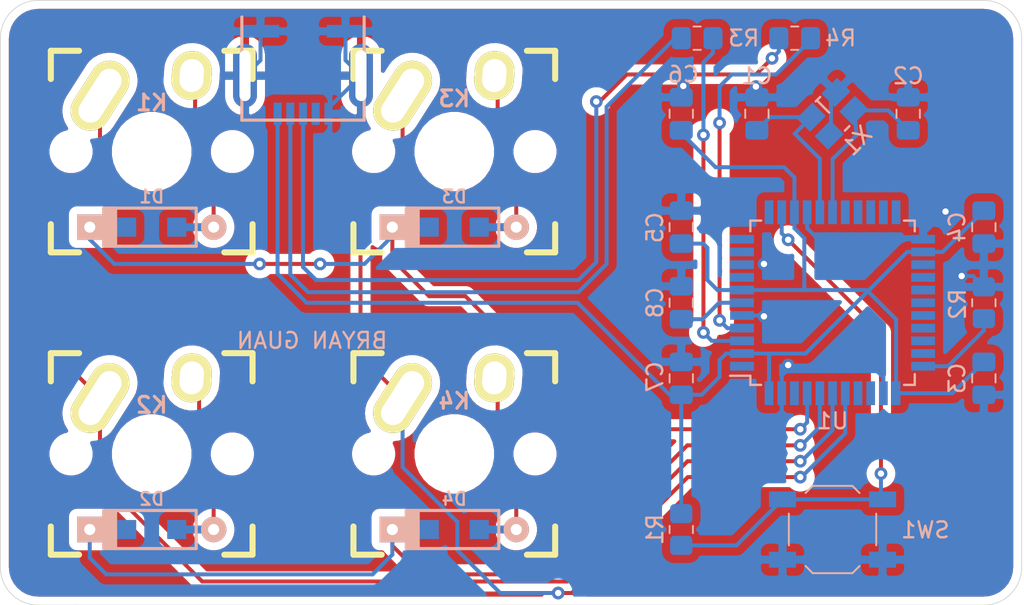
<source format=kicad_pcb>
(kicad_pcb (version 20171130) (host pcbnew "(5.1.10)-1")
  (layers (0 F.Cu signal) (31 B.Cu signal) (34 B.Paste user) (35 F.Paste user) (36 B.SilkS user) (37 F.SilkS user) (38 B.Mask user) (39 F.Mask user) (44 Edge.Cuts user))
  (net 0 "")
  (net 1 "Net-(C1-Pad1)")
  (net 2 GND)
  (net 3 "Net-(C2-Pad1)")
  (net 4 VCC)
  (net 5 "Net-(C8-Pad1)")
  (net 6 "Net-(D1-Pad2)")
  (net 7 /row0)
  (net 8 "Net-(D2-Pad2)")
  (net 9 /row1)
  (net 10 "Net-(D3-Pad2)")
  (net 11 "Net-(D4-Pad2)")
  (net 12 "Net-(J1-Pad2)")
  (net 13 "Net-(J1-Pad3)")
  (net 14 "Net-(J1-Pad4)")
  (net 15 /col0)
  (net 16 /col1)
  (net 17 "Net-(R1-Pad2)")
  (net 18 "Net-(R2-Pad1)")
  (net 19 /D-)
  (net 20 /D+)
  (net 21 "Net-(U1-Pad1)")
  (net 22 "Net-(U1-Pad8)")
  (net 23 "Net-(U1-Pad9)")
  (net 24 "Net-(U1-Pad10)")
  (net 25 "Net-(U1-Pad11)")
  (net 26 "Net-(U1-Pad12)")
  (net 27 "Net-(U1-Pad18)")
  (net 28 "Net-(U1-Pad19)")
  (net 29 "Net-(U1-Pad20)")
  (net 30 "Net-(U1-Pad21)")
  (net 31 "Net-(U1-Pad22)")
  (net 32 "Net-(U1-Pad25)")
  (net 33 "Net-(U1-Pad26)")
  (net 34 "Net-(U1-Pad27)")
  (net 35 "Net-(U1-Pad28)")
  (net 36 "Net-(U1-Pad29)")
  (net 37 "Net-(U1-Pad30)")
  (net 38 "Net-(U1-Pad31)")
  (net 39 "Net-(U1-Pad32)")
  (net 40 "Net-(U1-Pad36)")
  (net 41 "Net-(U1-Pad37)")
  (net 42 "Net-(U1-Pad42)")
  (module Housings_QFP:TQFP-44_10x10mm_Pitch0.8mm (layer B.Cu) (at 95.25 73.81875)
    (fp_text reference U1 (at 0 7.45) (layer B.SilkS) (effects (justify mirror)))
    (fp_text value ATMEGA32U4)
    (fp_line (start -5.175 4.6) (end -6.45 4.6) (layer B.SilkS) (width 0.15))
    (fp_line (start 5.175 5.175) (end 4.5 5.175) (layer B.SilkS) (width 0.15))
    (fp_line (start 5.175 -5.175) (end 4.5 -5.175) (layer B.SilkS) (width 0.15))
    (fp_line (start -5.175 -5.175) (end -4.5 -5.175) (layer B.SilkS) (width 0.15))
    (fp_line (start -5.175 5.175) (end -4.5 5.175) (layer B.SilkS) (width 0.15))
    (fp_line (start -5.175 -5.175) (end -5.175 -4.5) (layer B.SilkS) (width 0.15))
    (fp_line (start 5.175 -5.175) (end 5.175 -4.5) (layer B.SilkS) (width 0.15))
    (fp_line (start 5.175 5.175) (end 5.175 4.5) (layer B.SilkS) (width 0.15))
    (fp_line (start -5.175 5.175) (end -5.175 4.6) (layer B.SilkS) (width 0.15))
    (pad 1 smd rect (at -5.7 4) (size 1.5 0.55) (layers B.Cu B.Paste B.Mask) (net 21 "Net-(U1-Pad1)"))
    (pad 2 smd rect (at -5.7 3.2) (size 1.5 0.55) (layers B.Cu B.Paste B.Mask) (net 4 VCC))
    (pad 3 smd rect (at -5.7 2.4) (size 1.5 0.55) (layers B.Cu B.Paste B.Mask) (net 19 /D-))
    (pad 4 smd rect (at -5.7 1.6) (size 1.5 0.55) (layers B.Cu B.Paste B.Mask) (net 20 /D+))
    (pad 5 smd rect (at -5.7 0.8) (size 1.5 0.55) (layers B.Cu B.Paste B.Mask) (net 2 GND))
    (pad 6 smd rect (at -5.7 0) (size 1.5 0.55) (layers B.Cu B.Paste B.Mask) (net 5 "Net-(C8-Pad1)"))
    (pad 7 smd rect (at -5.7 -0.8) (size 1.5 0.55) (layers B.Cu B.Paste B.Mask) (net 4 VCC))
    (pad 8 smd rect (at -5.7 -1.6) (size 1.5 0.55) (layers B.Cu B.Paste B.Mask) (net 22 "Net-(U1-Pad8)"))
    (pad 9 smd rect (at -5.7 -2.4) (size 1.5 0.55) (layers B.Cu B.Paste B.Mask) (net 23 "Net-(U1-Pad9)"))
    (pad 10 smd rect (at -5.7 -3.2) (size 1.5 0.55) (layers B.Cu B.Paste B.Mask) (net 24 "Net-(U1-Pad10)"))
    (pad 11 smd rect (at -5.7 -4) (size 1.5 0.55) (layers B.Cu B.Paste B.Mask) (net 25 "Net-(U1-Pad11)"))
    (pad 12 smd rect (at -4 -5.7 270) (size 1.5 0.55) (layers B.Cu B.Paste B.Mask) (net 26 "Net-(U1-Pad12)"))
    (pad 13 smd rect (at -3.2 -5.7 270) (size 1.5 0.55) (layers B.Cu B.Paste B.Mask) (net 17 "Net-(R1-Pad2)"))
    (pad 14 smd rect (at -2.4 -5.7 270) (size 1.5 0.55) (layers B.Cu B.Paste B.Mask) (net 4 VCC))
    (pad 15 smd rect (at -1.6 -5.7 270) (size 1.5 0.55) (layers B.Cu B.Paste B.Mask) (net 2 GND))
    (pad 16 smd rect (at -0.8 -5.7 270) (size 1.5 0.55) (layers B.Cu B.Paste B.Mask) (net 1 "Net-(C1-Pad1)"))
    (pad 17 smd rect (at 0 -5.7 270) (size 1.5 0.55) (layers B.Cu B.Paste B.Mask) (net 3 "Net-(C2-Pad1)"))
    (pad 18 smd rect (at 0.8 -5.7 270) (size 1.5 0.55) (layers B.Cu B.Paste B.Mask) (net 27 "Net-(U1-Pad18)"))
    (pad 19 smd rect (at 1.6 -5.7 270) (size 1.5 0.55) (layers B.Cu B.Paste B.Mask) (net 28 "Net-(U1-Pad19)"))
    (pad 20 smd rect (at 2.4 -5.7 270) (size 1.5 0.55) (layers B.Cu B.Paste B.Mask) (net 29 "Net-(U1-Pad20)"))
    (pad 21 smd rect (at 3.2 -5.7 270) (size 1.5 0.55) (layers B.Cu B.Paste B.Mask) (net 30 "Net-(U1-Pad21)"))
    (pad 22 smd rect (at 4 -5.7 270) (size 1.5 0.55) (layers B.Cu B.Paste B.Mask) (net 31 "Net-(U1-Pad22)"))
    (pad 23 smd rect (at 5.7 -4) (size 1.5 0.55) (layers B.Cu B.Paste B.Mask) (net 2 GND))
    (pad 24 smd rect (at 5.7 -3.2) (size 1.5 0.55) (layers B.Cu B.Paste B.Mask) (net 4 VCC))
    (pad 25 smd rect (at 5.7 -2.4) (size 1.5 0.55) (layers B.Cu B.Paste B.Mask) (net 32 "Net-(U1-Pad25)"))
    (pad 26 smd rect (at 5.7 -1.6) (size 1.5 0.55) (layers B.Cu B.Paste B.Mask) (net 33 "Net-(U1-Pad26)"))
    (pad 27 smd rect (at 5.7 -0.8) (size 1.5 0.55) (layers B.Cu B.Paste B.Mask) (net 34 "Net-(U1-Pad27)"))
    (pad 28 smd rect (at 5.7 0) (size 1.5 0.55) (layers B.Cu B.Paste B.Mask) (net 35 "Net-(U1-Pad28)"))
    (pad 29 smd rect (at 5.7 0.8) (size 1.5 0.55) (layers B.Cu B.Paste B.Mask) (net 36 "Net-(U1-Pad29)"))
    (pad 30 smd rect (at 5.7 1.6) (size 1.5 0.55) (layers B.Cu B.Paste B.Mask) (net 37 "Net-(U1-Pad30)"))
    (pad 31 smd rect (at 5.7 2.4) (size 1.5 0.55) (layers B.Cu B.Paste B.Mask) (net 38 "Net-(U1-Pad31)"))
    (pad 32 smd rect (at 5.7 3.2) (size 1.5 0.55) (layers B.Cu B.Paste B.Mask) (net 39 "Net-(U1-Pad32)"))
    (pad 33 smd rect (at 5.7 4) (size 1.5 0.55) (layers B.Cu B.Paste B.Mask) (net 18 "Net-(R2-Pad1)"))
    (pad 34 smd rect (at 4 5.7 270) (size 1.5 0.55) (layers B.Cu B.Paste B.Mask) (net 4 VCC))
    (pad 35 smd rect (at 3.2 5.7 270) (size 1.5 0.55) (layers B.Cu B.Paste B.Mask) (net 2 GND))
    (pad 36 smd rect (at 2.4 5.7 270) (size 1.5 0.55) (layers B.Cu B.Paste B.Mask) (net 40 "Net-(U1-Pad36)"))
    (pad 37 smd rect (at 1.6 5.7 270) (size 1.5 0.55) (layers B.Cu B.Paste B.Mask) (net 41 "Net-(U1-Pad37)"))
    (pad 38 smd rect (at 0.8 5.7 270) (size 1.5 0.55) (layers B.Cu B.Paste B.Mask) (net 16 /col1))
    (pad 39 smd rect (at 0 5.7 270) (size 1.5 0.55) (layers B.Cu B.Paste B.Mask) (net 15 /col0))
    (pad 40 smd rect (at -0.8 5.7 270) (size 1.5 0.55) (layers B.Cu B.Paste B.Mask) (net 9 /row1))
    (pad 41 smd rect (at -1.6 5.7 270) (size 1.5 0.55) (layers B.Cu B.Paste B.Mask) (net 7 /row0))
    (pad 42 smd rect (at -2.4 5.7 270) (size 1.5 0.55) (layers B.Cu B.Paste B.Mask) (net 42 "Net-(U1-Pad42)"))
    (pad 43 smd rect (at -3.2 5.7 270) (size 1.5 0.55) (layers B.Cu B.Paste B.Mask) (net 2 GND))
    (pad 44 smd rect (at -4 5.7 270) (size 1.5 0.55) (layers B.Cu B.Paste B.Mask) (net 4 VCC))
  )
  (module user:crystal_FA238-TSX3225 (layer B.Cu) (at 95.25 61.9125 45)
    (fp_text reference X1 (at -0.1 2.3 45) (layer B.SilkS) (effects (justify mirror)))
    (fp_text value XTAL_GND hide)
    (fp_line (start -0.1 -1.2) (end -0.1 -0.2) (layer B.SilkS) (width 0.15))
    (fp_line (start -0.2 -1.3) (end 0.2 -1.3) (layer B.SilkS) (width 0.15))
    (fp_line (start -0.2 1.3) (end 0.2 1.3) (layer B.SilkS) (width 0.15))
    (pad 2 smd rect (at 1.1 0.8 45) (size 1.4 1.2) (layers B.Cu B.Paste B.Mask) (net 3 "Net-(C2-Pad1)"))
    (pad 3 smd rect (at -1.1 0.8 45) (size 1.4 1.2) (layers B.Cu B.Paste B.Mask) (net 2 GND))
    (pad 3 smd rect (at 1.1 -0.8 45) (size 1.4 1.2) (layers B.Cu B.Paste B.Mask) (net 2 GND))
    (pad 1 smd rect (at -1.1 -0.8 45) (size 1.4 1.2) (layers B.Cu B.Paste B.Mask) (net 1 "Net-(C1-Pad1)"))
  )
  (module Capacitor_SMD:C_0805_2012Metric_Pad1.18x1.45mm_HandSolder (layer B.Cu) (at 90.4875 61.9125 90)
    (fp_text reference C1 (at 2.38125 0 180) (layer B.SilkS) (effects (justify mirror)))
    (fp_text value 22p)
    (fp_line (start -0.261252 -0.735) (end 0.261252 -0.735) (layer B.SilkS) (width 0.12))
    (fp_line (start -0.261252 0.735) (end 0.261252 0.735) (layer B.SilkS) (width 0.12))
    (pad 1 smd roundrect (at -1.0375 0 90) (size 1.175 1.45) (layers B.Cu B.Paste B.Mask) (roundrect_rratio 0.2127659574468085) (net 1 "Net-(C1-Pad1)"))
    (pad 2 smd roundrect (at 1.0375 0 90) (size 1.175 1.45) (layers B.Cu B.Paste B.Mask) (roundrect_rratio 0.2127659574468085) (net 2 GND))
  )
  (module Capacitor_SMD:C_0805_2012Metric_Pad1.18x1.45mm_HandSolder (layer B.Cu) (at 100.0125 61.9125 90)
    (fp_text reference C2 (at 2.38125 0 180) (layer B.SilkS) (effects (justify mirror)))
    (fp_text value 22p)
    (fp_line (start -0.261252 -0.735) (end 0.261252 -0.735) (layer B.SilkS) (width 0.12))
    (fp_line (start -0.261252 0.735) (end 0.261252 0.735) (layer B.SilkS) (width 0.12))
    (pad 1 smd roundrect (at -1.0375 0 90) (size 1.175 1.45) (layers B.Cu B.Paste B.Mask) (roundrect_rratio 0.2127659574468085) (net 3 "Net-(C2-Pad1)"))
    (pad 2 smd roundrect (at 1.0375 0 90) (size 1.175 1.45) (layers B.Cu B.Paste B.Mask) (roundrect_rratio 0.2127659574468085) (net 2 GND))
  )
  (module Capacitor_SMD:C_0805_2012Metric_Pad1.18x1.45mm_HandSolder (layer B.Cu) (at 104.775 78.58125 270)
    (fp_text reference C3 (at 0 1.68 90) (layer B.SilkS) (effects (justify mirror)))
    (fp_text value 0.1u)
    (fp_line (start -0.261252 0.735) (end 0.261252 0.735) (layer B.SilkS) (width 0.12))
    (fp_line (start -0.261252 -0.735) (end 0.261252 -0.735) (layer B.SilkS) (width 0.12))
    (pad 2 smd roundrect (at 1.0375 0 270) (size 1.175 1.45) (layers B.Cu B.Paste B.Mask) (roundrect_rratio 0.2127659574468085) (net 2 GND))
    (pad 1 smd roundrect (at -1.0375 0 270) (size 1.175 1.45) (layers B.Cu B.Paste B.Mask) (roundrect_rratio 0.2127659574468085) (net 4 VCC))
  )
  (module Capacitor_SMD:C_0805_2012Metric_Pad1.18x1.45mm_HandSolder (layer B.Cu) (at 104.775 69.05625 270)
    (fp_text reference C4 (at 0 1.68 90) (layer B.SilkS) (effects (justify mirror)))
    (fp_text value 0.1u)
    (fp_line (start -0.261252 -0.735) (end 0.261252 -0.735) (layer B.SilkS) (width 0.12))
    (fp_line (start -0.261252 0.735) (end 0.261252 0.735) (layer B.SilkS) (width 0.12))
    (pad 1 smd roundrect (at -1.0375 0 270) (size 1.175 1.45) (layers B.Cu B.Paste B.Mask) (roundrect_rratio 0.2127659574468085) (net 4 VCC))
    (pad 2 smd roundrect (at 1.0375 0 270) (size 1.175 1.45) (layers B.Cu B.Paste B.Mask) (roundrect_rratio 0.2127659574468085) (net 2 GND))
  )
  (module Capacitor_SMD:C_0805_2012Metric_Pad1.18x1.45mm_HandSolder (layer B.Cu) (at 85.725 69.05625 90)
    (fp_text reference C5 (at -0.03175 -1.651 90) (layer B.SilkS) (effects (justify mirror)))
    (fp_text value 0.1u)
    (fp_line (start -0.261252 0.735) (end 0.261252 0.735) (layer B.SilkS) (width 0.12))
    (fp_line (start -0.261252 -0.735) (end 0.261252 -0.735) (layer B.SilkS) (width 0.12))
    (pad 2 smd roundrect (at 1.0375 0 90) (size 1.175 1.45) (layers B.Cu B.Paste B.Mask) (roundrect_rratio 0.2127659574468085) (net 2 GND))
    (pad 1 smd roundrect (at -1.0375 0 90) (size 1.175 1.45) (layers B.Cu B.Paste B.Mask) (roundrect_rratio 0.2127659574468085) (net 4 VCC))
  )
  (module Capacitor_SMD:C_0805_2012Metric_Pad1.18x1.45mm_HandSolder (layer B.Cu) (at 85.725 61.9125 90)
    (fp_text reference C6 (at 2.4765 0.127 180) (layer B.SilkS) (effects (justify mirror)))
    (fp_text value 0.1u)
    (fp_line (start -0.261252 -0.735) (end 0.261252 -0.735) (layer B.SilkS) (width 0.12))
    (fp_line (start -0.261252 0.735) (end 0.261252 0.735) (layer B.SilkS) (width 0.12))
    (pad 1 smd roundrect (at -1.0375 0 90) (size 1.175 1.45) (layers B.Cu B.Paste B.Mask) (roundrect_rratio 0.2127659574468085) (net 4 VCC))
    (pad 2 smd roundrect (at 1.0375 0 90) (size 1.175 1.45) (layers B.Cu B.Paste B.Mask) (roundrect_rratio 0.2127659574468085) (net 2 GND))
  )
  (module Capacitor_SMD:C_0805_2012Metric_Pad1.18x1.45mm_HandSolder (layer B.Cu) (at 85.725 78.58125 90)
    (fp_text reference C7 (at 0.09525 -1.651 90) (layer B.SilkS) (effects (justify mirror)))
    (fp_text value 4.7u)
    (fp_line (start -0.261252 0.735) (end 0.261252 0.735) (layer B.SilkS) (width 0.12))
    (fp_line (start -0.261252 -0.735) (end 0.261252 -0.735) (layer B.SilkS) (width 0.12))
    (pad 2 smd roundrect (at 1.0375 0 90) (size 1.175 1.45) (layers B.Cu B.Paste B.Mask) (roundrect_rratio 0.2127659574468085) (net 2 GND))
    (pad 1 smd roundrect (at -1.0375 0 90) (size 1.175 1.45) (layers B.Cu B.Paste B.Mask) (roundrect_rratio 0.2127659574468085) (net 4 VCC))
  )
  (module Capacitor_SMD:C_0805_2012Metric_Pad1.18x1.45mm_HandSolder (layer B.Cu) (at 85.725 73.81875 90)
    (fp_text reference C8 (at 0 -1.651 90) (layer B.SilkS) (effects (justify mirror)))
    (fp_text value 1u)
    (fp_line (start -0.261252 0.735) (end 0.261252 0.735) (layer B.SilkS) (width 0.12))
    (fp_line (start -0.261252 -0.735) (end 0.261252 -0.735) (layer B.SilkS) (width 0.12))
    (pad 2 smd roundrect (at 1.0375 0 90) (size 1.175 1.45) (layers B.Cu B.Paste B.Mask) (roundrect_rratio 0.2127659574468085) (net 2 GND))
    (pad 1 smd roundrect (at -1.0375 0 90) (size 1.175 1.45) (layers B.Cu B.Paste B.Mask) (roundrect_rratio 0.2127659574468085) (net 5 "Net-(C8-Pad1)"))
  )
  (module keyboard_parts:D_SOD123_axial (layer B.Cu) (at 52.3875 69.05625)
    (fp_text reference D1 (at 0 -1.925) (layer B.SilkS) (effects (font (size 0.8 0.8)) (justify mirror)))
    (fp_text value D hide)
    (fp_line (start -2.275 1.2) (end -2.275 -1.2) (layer B.SilkS) (width 0.2))
    (fp_line (start -2.45 1.2) (end -2.45 -1.2) (layer B.SilkS) (width 0.2))
    (fp_line (start -2.625 1.2) (end -2.625 -1.2) (layer B.SilkS) (width 0.2))
    (fp_line (start -3.025 -1.2) (end -3.025 1.2) (layer B.SilkS) (width 0.2))
    (fp_line (start -2.8 1.2) (end -2.8 -1.2) (layer B.SilkS) (width 0.2))
    (fp_line (start -2.925 1.2) (end -2.925 -1.2) (layer B.SilkS) (width 0.2))
    (fp_line (start -3 1.2) (end 2.8 1.2) (layer B.SilkS) (width 0.2))
    (fp_line (start 2.8 1.2) (end 2.8 -1.2) (layer B.SilkS) (width 0.2))
    (fp_line (start 2.8 -1.2) (end -3 -1.2) (layer B.SilkS) (width 0.2))
    (pad 2 smd rect (at 2.7 0) (size 2.5 0.5) (layers B.Cu) (net 6 "Net-(D1-Pad2)"))
    (pad 1 smd rect (at -2.7 0) (size 2.5 0.5) (layers B.Cu) (net 7 /row0))
    (pad 2 thru_hole circle (at 3.9 0) (size 1.6 1.6) (drill 0.7) (layers *.Cu *.Mask B.SilkS) (net 6 "Net-(D1-Pad2)"))
    (pad 1 thru_hole rect (at -3.9 0) (size 1.6 1.6) (drill 0.7) (layers *.Cu *.Mask B.SilkS) (net 7 /row0))
    (pad 1 smd rect (at -1.575 0) (size 1.2 1.2) (layers B.Cu B.Paste B.Mask) (net 7 /row0))
    (pad 2 smd rect (at 1.575 0) (size 1.2 1.2) (layers B.Cu B.Paste B.Mask) (net 6 "Net-(D1-Pad2)"))
  )
  (module keyboard_parts:D_SOD123_axial (layer B.Cu) (at 52.3875 88.10625)
    (fp_text reference D2 (at 0 -1.925) (layer B.SilkS) (effects (font (size 0.8 0.8)) (justify mirror)))
    (fp_text value D hide)
    (fp_line (start -2.275 1.2) (end -2.275 -1.2) (layer B.SilkS) (width 0.2))
    (fp_line (start -2.45 1.2) (end -2.45 -1.2) (layer B.SilkS) (width 0.2))
    (fp_line (start -2.625 1.2) (end -2.625 -1.2) (layer B.SilkS) (width 0.2))
    (fp_line (start -3.025 -1.2) (end -3.025 1.2) (layer B.SilkS) (width 0.2))
    (fp_line (start -2.8 1.2) (end -2.8 -1.2) (layer B.SilkS) (width 0.2))
    (fp_line (start -2.925 1.2) (end -2.925 -1.2) (layer B.SilkS) (width 0.2))
    (fp_line (start -3 1.2) (end 2.8 1.2) (layer B.SilkS) (width 0.2))
    (fp_line (start 2.8 1.2) (end 2.8 -1.2) (layer B.SilkS) (width 0.2))
    (fp_line (start 2.8 -1.2) (end -3 -1.2) (layer B.SilkS) (width 0.2))
    (pad 2 smd rect (at 2.7 0) (size 2.5 0.5) (layers B.Cu) (net 8 "Net-(D2-Pad2)"))
    (pad 1 smd rect (at -2.7 0) (size 2.5 0.5) (layers B.Cu) (net 9 /row1))
    (pad 2 thru_hole circle (at 3.9 0) (size 1.6 1.6) (drill 0.7) (layers *.Cu *.Mask B.SilkS) (net 8 "Net-(D2-Pad2)"))
    (pad 1 thru_hole rect (at -3.9 0) (size 1.6 1.6) (drill 0.7) (layers *.Cu *.Mask B.SilkS) (net 9 /row1))
    (pad 1 smd rect (at -1.575 0) (size 1.2 1.2) (layers B.Cu B.Paste B.Mask) (net 9 /row1))
    (pad 2 smd rect (at 1.575 0) (size 1.2 1.2) (layers B.Cu B.Paste B.Mask) (net 8 "Net-(D2-Pad2)"))
  )
  (module keyboard_parts:D_SOD123_axial (layer B.Cu) (at 71.4375 69.05625)
    (fp_text reference D3 (at 0 -1.925) (layer B.SilkS) (effects (font (size 0.8 0.8)) (justify mirror)))
    (fp_text value D hide)
    (fp_line (start 2.8 -1.2) (end -3 -1.2) (layer B.SilkS) (width 0.2))
    (fp_line (start 2.8 1.2) (end 2.8 -1.2) (layer B.SilkS) (width 0.2))
    (fp_line (start -3 1.2) (end 2.8 1.2) (layer B.SilkS) (width 0.2))
    (fp_line (start -2.925 1.2) (end -2.925 -1.2) (layer B.SilkS) (width 0.2))
    (fp_line (start -2.8 1.2) (end -2.8 -1.2) (layer B.SilkS) (width 0.2))
    (fp_line (start -3.025 -1.2) (end -3.025 1.2) (layer B.SilkS) (width 0.2))
    (fp_line (start -2.625 1.2) (end -2.625 -1.2) (layer B.SilkS) (width 0.2))
    (fp_line (start -2.45 1.2) (end -2.45 -1.2) (layer B.SilkS) (width 0.2))
    (fp_line (start -2.275 1.2) (end -2.275 -1.2) (layer B.SilkS) (width 0.2))
    (pad 2 smd rect (at 1.575 0) (size 1.2 1.2) (layers B.Cu B.Paste B.Mask) (net 10 "Net-(D3-Pad2)"))
    (pad 1 smd rect (at -1.575 0) (size 1.2 1.2) (layers B.Cu B.Paste B.Mask) (net 7 /row0))
    (pad 1 thru_hole rect (at -3.9 0) (size 1.6 1.6) (drill 0.7) (layers *.Cu *.Mask B.SilkS) (net 7 /row0))
    (pad 2 thru_hole circle (at 3.9 0) (size 1.6 1.6) (drill 0.7) (layers *.Cu *.Mask B.SilkS) (net 10 "Net-(D3-Pad2)"))
    (pad 1 smd rect (at -2.7 0) (size 2.5 0.5) (layers B.Cu) (net 7 /row0))
    (pad 2 smd rect (at 2.7 0) (size 2.5 0.5) (layers B.Cu) (net 10 "Net-(D3-Pad2)"))
  )
  (module keyboard_parts:D_SOD123_axial (layer B.Cu) (at 71.4375 88.10625)
    (fp_text reference D4 (at 0 -1.925) (layer B.SilkS) (effects (font (size 0.8 0.8)) (justify mirror)))
    (fp_text value D hide)
    (fp_line (start 2.8 -1.2) (end -3 -1.2) (layer B.SilkS) (width 0.2))
    (fp_line (start 2.8 1.2) (end 2.8 -1.2) (layer B.SilkS) (width 0.2))
    (fp_line (start -3 1.2) (end 2.8 1.2) (layer B.SilkS) (width 0.2))
    (fp_line (start -2.925 1.2) (end -2.925 -1.2) (layer B.SilkS) (width 0.2))
    (fp_line (start -2.8 1.2) (end -2.8 -1.2) (layer B.SilkS) (width 0.2))
    (fp_line (start -3.025 -1.2) (end -3.025 1.2) (layer B.SilkS) (width 0.2))
    (fp_line (start -2.625 1.2) (end -2.625 -1.2) (layer B.SilkS) (width 0.2))
    (fp_line (start -2.45 1.2) (end -2.45 -1.2) (layer B.SilkS) (width 0.2))
    (fp_line (start -2.275 1.2) (end -2.275 -1.2) (layer B.SilkS) (width 0.2))
    (pad 2 smd rect (at 1.575 0) (size 1.2 1.2) (layers B.Cu B.Paste B.Mask) (net 11 "Net-(D4-Pad2)"))
    (pad 1 smd rect (at -1.575 0) (size 1.2 1.2) (layers B.Cu B.Paste B.Mask) (net 9 /row1))
    (pad 1 thru_hole rect (at -3.9 0) (size 1.6 1.6) (drill 0.7) (layers *.Cu *.Mask B.SilkS) (net 9 /row1))
    (pad 2 thru_hole circle (at 3.9 0) (size 1.6 1.6) (drill 0.7) (layers *.Cu *.Mask B.SilkS) (net 11 "Net-(D4-Pad2)"))
    (pad 1 smd rect (at -2.7 0) (size 2.5 0.5) (layers B.Cu) (net 9 /row1))
    (pad 2 smd rect (at 2.7 0) (size 2.5 0.5) (layers B.Cu) (net 11 "Net-(D4-Pad2)"))
  )
  (module keyboard_parts:USB_miniB_hirose_5S8 (layer B.Cu) (at 61.9125 61.9125)
    (fp_text reference J1 hide)
    (fp_text value USB_mini_micro_B hide)
    (fp_line (start -3.85 0.4) (end 3.85 0.4) (layer B.SilkS) (width 0.2))
    (fp_line (start -3.85 0.4) (end -3.85 -6.1) (layer B.SilkS) (width 0.2))
    (fp_line (start 3.85 0.4) (end 3.85 -6.1) (layer B.SilkS) (width 0.2))
    (pad 6 smd rect (at 2.675 -5.2) (size 2.35 0.8) (layers B.Cu B.Paste B.Mask) (net 2 GND))
    (pad 6 smd rect (at -2.675 -5.2) (size 2.35 0.8) (layers B.Cu B.Paste B.Mask) (net 2 GND))
    (pad 1 smd rect (at -1.6 0) (size 0.5 1.4) (layers B.Cu B.Paste B.Mask) (net 4 VCC))
    (pad 2 smd rect (at -0.8 0) (size 0.5 1.4) (layers B.Cu B.Paste B.Mask) (net 12 "Net-(J1-Pad2)"))
    (pad 3 smd rect (at 0 0) (size 0.5 1.4) (layers B.Cu B.Paste B.Mask) (net 13 "Net-(J1-Pad3)"))
    (pad 4 smd rect (at 0.8 0) (size 0.5 1.4) (layers B.Cu B.Paste B.Mask) (net 14 "Net-(J1-Pad4)"))
    (pad 5 smd rect (at 1.6 0) (size 0.5 1.4) (layers B.Cu B.Paste B.Mask) (net 2 GND))
    (pad 6 thru_hole oval (at -3.65 -2.4) (size 1.5 4) (drill oval 0.7 3.2) (layers *.Cu *.Mask B.Paste) (net 2 GND))
    (pad 6 thru_hole oval (at 3.65 -2.4) (size 1.5 4) (drill oval 0.7 3.2) (layers *.Cu *.Mask B.Paste) (net 2 GND))
  )
  (module keebs:Mx_Alps_100 (layer F.Cu) (at 52.3875 64.29375)
    (fp_text reference K1 (at 0 -3.07975) (layer B.SilkS) (effects (font (thickness 0.2)) (justify mirror)))
    (fp_text value KEYSW hide)
    (fp_line (start -6.35 -6.35) (end -4.572 -6.35) (layer F.SilkS) (width 0.381))
    (fp_line (start 4.572 -6.35) (end 6.35 -6.35) (layer F.SilkS) (width 0.381))
    (fp_line (start 6.35 -6.35) (end 6.35 -4.572) (layer F.SilkS) (width 0.381))
    (fp_line (start 6.35 4.572) (end 6.35 6.35) (layer F.SilkS) (width 0.381))
    (fp_line (start 6.35 6.35) (end 4.572 6.35) (layer F.SilkS) (width 0.381))
    (fp_line (start -4.572 6.35) (end -6.35 6.35) (layer F.SilkS) (width 0.381))
    (fp_line (start -6.35 6.35) (end -6.35 4.572) (layer F.SilkS) (width 0.381))
    (fp_line (start -6.35 -4.572) (end -6.35 -6.35) (layer F.SilkS) (width 0.381))
    (pad "" np_thru_hole circle (at 0 0) (size 3.9878 3.9878) (drill 3.9878) (layers *.Cu *.Mask))
    (pad "" np_thru_hole circle (at -5.08 0) (size 1.7018 1.7018) (drill 1.7018) (layers *.Cu *.Mask))
    (pad "" np_thru_hole circle (at 5.08 0) (size 1.7018 1.7018) (drill 1.7018) (layers *.Cu *.Mask))
    (pad 1 thru_hole oval (at -3.255 -3.52 327.5) (size 2.5 4.75) (drill oval 1.5 3.75) (layers *.Cu *.Mask F.SilkS) (net 15 /col0))
    (pad 2 thru_hole oval (at 2.52 -4.79 356.1) (size 2.5 3.08) (drill oval 1.5 2.08) (layers *.Cu *.Mask F.SilkS) (net 6 "Net-(D1-Pad2)"))
  )
  (module keebs:Mx_Alps_100 (layer F.Cu) (at 52.3875 83.34375)
    (fp_text reference K2 (at 0 -3.07975) (layer B.SilkS) (effects (font (thickness 0.2)) (justify mirror)))
    (fp_text value KEYSW hide)
    (fp_line (start -6.35 -4.572) (end -6.35 -6.35) (layer F.SilkS) (width 0.381))
    (fp_line (start -6.35 6.35) (end -6.35 4.572) (layer F.SilkS) (width 0.381))
    (fp_line (start -4.572 6.35) (end -6.35 6.35) (layer F.SilkS) (width 0.381))
    (fp_line (start 6.35 6.35) (end 4.572 6.35) (layer F.SilkS) (width 0.381))
    (fp_line (start 6.35 4.572) (end 6.35 6.35) (layer F.SilkS) (width 0.381))
    (fp_line (start 6.35 -6.35) (end 6.35 -4.572) (layer F.SilkS) (width 0.381))
    (fp_line (start 4.572 -6.35) (end 6.35 -6.35) (layer F.SilkS) (width 0.381))
    (fp_line (start -6.35 -6.35) (end -4.572 -6.35) (layer F.SilkS) (width 0.381))
    (pad 2 thru_hole oval (at 2.52 -4.79 356.1) (size 2.5 3.08) (drill oval 1.5 2.08) (layers *.Cu *.Mask F.SilkS) (net 8 "Net-(D2-Pad2)"))
    (pad 1 thru_hole oval (at -3.255 -3.52 327.5) (size 2.5 4.75) (drill oval 1.5 3.75) (layers *.Cu *.Mask F.SilkS) (net 15 /col0))
    (pad "" np_thru_hole circle (at 5.08 0) (size 1.7018 1.7018) (drill 1.7018) (layers *.Cu *.Mask))
    (pad "" np_thru_hole circle (at -5.08 0) (size 1.7018 1.7018) (drill 1.7018) (layers *.Cu *.Mask))
    (pad "" np_thru_hole circle (at 0 0) (size 3.9878 3.9878) (drill 3.9878) (layers *.Cu *.Mask))
  )
  (module keebs:Mx_Alps_100 (layer F.Cu) (at 71.4375 64.29375)
    (fp_text reference K3 (at 0 -3.33375) (layer B.SilkS) (effects (font (thickness 0.2)) (justify mirror)))
    (fp_text value KEYSW hide)
    (fp_line (start -6.35 -4.572) (end -6.35 -6.35) (layer F.SilkS) (width 0.381))
    (fp_line (start -6.35 6.35) (end -6.35 4.572) (layer F.SilkS) (width 0.381))
    (fp_line (start -4.572 6.35) (end -6.35 6.35) (layer F.SilkS) (width 0.381))
    (fp_line (start 6.35 6.35) (end 4.572 6.35) (layer F.SilkS) (width 0.381))
    (fp_line (start 6.35 4.572) (end 6.35 6.35) (layer F.SilkS) (width 0.381))
    (fp_line (start 6.35 -6.35) (end 6.35 -4.572) (layer F.SilkS) (width 0.381))
    (fp_line (start 4.572 -6.35) (end 6.35 -6.35) (layer F.SilkS) (width 0.381))
    (fp_line (start -6.35 -6.35) (end -4.572 -6.35) (layer F.SilkS) (width 0.381))
    (pad 2 thru_hole oval (at 2.52 -4.79 356.1) (size 2.5 3.08) (drill oval 1.5 2.08) (layers *.Cu *.Mask F.SilkS) (net 10 "Net-(D3-Pad2)"))
    (pad 1 thru_hole oval (at -3.255 -3.52 327.5) (size 2.5 4.75) (drill oval 1.5 3.75) (layers *.Cu *.Mask F.SilkS) (net 16 /col1))
    (pad "" np_thru_hole circle (at 5.08 0) (size 1.7018 1.7018) (drill 1.7018) (layers *.Cu *.Mask))
    (pad "" np_thru_hole circle (at -5.08 0) (size 1.7018 1.7018) (drill 1.7018) (layers *.Cu *.Mask))
    (pad "" np_thru_hole circle (at 0 0) (size 3.9878 3.9878) (drill 3.9878) (layers *.Cu *.Mask))
  )
  (module keebs:Mx_Alps_100 (layer F.Cu) (at 71.4375 83.34375)
    (fp_text reference K4 (at 0 -3.33375) (layer B.SilkS) (effects (font (thickness 0.2)) (justify mirror)))
    (fp_text value KEYSW hide)
    (fp_line (start -6.35 -6.35) (end -4.572 -6.35) (layer F.SilkS) (width 0.381))
    (fp_line (start 4.572 -6.35) (end 6.35 -6.35) (layer F.SilkS) (width 0.381))
    (fp_line (start 6.35 -6.35) (end 6.35 -4.572) (layer F.SilkS) (width 0.381))
    (fp_line (start 6.35 4.572) (end 6.35 6.35) (layer F.SilkS) (width 0.381))
    (fp_line (start 6.35 6.35) (end 4.572 6.35) (layer F.SilkS) (width 0.381))
    (fp_line (start -4.572 6.35) (end -6.35 6.35) (layer F.SilkS) (width 0.381))
    (fp_line (start -6.35 6.35) (end -6.35 4.572) (layer F.SilkS) (width 0.381))
    (fp_line (start -6.35 -4.572) (end -6.35 -6.35) (layer F.SilkS) (width 0.381))
    (pad "" np_thru_hole circle (at 0 0) (size 3.9878 3.9878) (drill 3.9878) (layers *.Cu *.Mask))
    (pad "" np_thru_hole circle (at -5.08 0) (size 1.7018 1.7018) (drill 1.7018) (layers *.Cu *.Mask))
    (pad "" np_thru_hole circle (at 5.08 0) (size 1.7018 1.7018) (drill 1.7018) (layers *.Cu *.Mask))
    (pad 1 thru_hole oval (at -3.255 -3.52 327.5) (size 2.5 4.75) (drill oval 1.5 3.75) (layers *.Cu *.Mask F.SilkS) (net 16 /col1))
    (pad 2 thru_hole oval (at 2.52 -4.79 356.1) (size 2.5 3.08) (drill oval 1.5 2.08) (layers *.Cu *.Mask F.SilkS) (net 11 "Net-(D4-Pad2)"))
  )
  (module Resistor_SMD:R_0805_2012Metric_Pad1.20x1.40mm_HandSolder (layer B.Cu) (at 85.725 88.10625 270)
    (fp_text reference R1 (at 0 1.65 90) (layer B.SilkS) (effects (justify mirror)))
    (fp_text value 10k)
    (fp_line (start -0.227064 -0.735) (end 0.227064 -0.735) (layer B.SilkS) (width 0.12))
    (fp_line (start -0.227064 0.735) (end 0.227064 0.735) (layer B.SilkS) (width 0.12))
    (pad 1 smd roundrect (at -1 0 270) (size 1.2 1.4) (layers B.Cu B.Paste B.Mask) (roundrect_rratio 0.2083325) (net 4 VCC))
    (pad 2 smd roundrect (at 1 0 270) (size 1.2 1.4) (layers B.Cu B.Paste B.Mask) (roundrect_rratio 0.2083325) (net 17 "Net-(R1-Pad2)"))
  )
  (module Resistor_SMD:R_0805_2012Metric_Pad1.20x1.40mm_HandSolder (layer B.Cu) (at 104.775 73.81875 90)
    (fp_text reference R2 (at -0.09525 -1.651 90) (layer B.SilkS) (effects (justify mirror)))
    (fp_text value 10k)
    (fp_line (start -0.227064 0.735) (end 0.227064 0.735) (layer B.SilkS) (width 0.12))
    (fp_line (start -0.227064 -0.735) (end 0.227064 -0.735) (layer B.SilkS) (width 0.12))
    (pad 2 smd roundrect (at 1 0 90) (size 1.2 1.4) (layers B.Cu B.Paste B.Mask) (roundrect_rratio 0.2083325) (net 2 GND))
    (pad 1 smd roundrect (at -1 0 90) (size 1.2 1.4) (layers B.Cu B.Paste B.Mask) (roundrect_rratio 0.2083325) (net 18 "Net-(R2-Pad1)"))
  )
  (module Resistor_SMD:R_0805_2012Metric_Pad1.20x1.40mm_HandSolder (layer B.Cu) (at 86.725 57.15 180)
    (fp_text reference R3 (at -2.937 0) (layer B.SilkS) (effects (justify mirror)))
    (fp_text value 22)
    (fp_line (start -0.227064 0.735) (end 0.227064 0.735) (layer B.SilkS) (width 0.12))
    (fp_line (start -0.227064 -0.735) (end 0.227064 -0.735) (layer B.SilkS) (width 0.12))
    (pad 2 smd roundrect (at 1 0 180) (size 1.2 1.4) (layers B.Cu B.Paste B.Mask) (roundrect_rratio 0.2083325) (net 12 "Net-(J1-Pad2)"))
    (pad 1 smd roundrect (at -1 0 180) (size 1.2 1.4) (layers B.Cu B.Paste B.Mask) (roundrect_rratio 0.2083325) (net 19 /D-))
  )
  (module Resistor_SMD:R_0805_2012Metric_Pad1.20x1.40mm_HandSolder (layer B.Cu) (at 92.86875 57.15 180)
    (fp_text reference R4 (at -2.88925 0) (layer B.SilkS) (effects (justify mirror)))
    (fp_text value 22)
    (fp_line (start -0.227064 -0.735) (end 0.227064 -0.735) (layer B.SilkS) (width 0.12))
    (fp_line (start -0.227064 0.735) (end 0.227064 0.735) (layer B.SilkS) (width 0.12))
    (pad 1 smd roundrect (at -1 0 180) (size 1.2 1.4) (layers B.Cu B.Paste B.Mask) (roundrect_rratio 0.2083325) (net 20 /D+))
    (pad 2 smd roundrect (at 1 0 180) (size 1.2 1.4) (layers B.Cu B.Paste B.Mask) (roundrect_rratio 0.2083325) (net 13 "Net-(J1-Pad3)"))
  )
  (module Button_Switch_SMD:SW_SPST_TL3342 (layer B.Cu) (at 95.25 88.10625)
    (fp_text reference SW1 (at 5.842 0.03175) (layer B.SilkS) (effects (justify mirror)))
    (fp_text value SW_PUSH)
    (fp_line (start -1.25 2.75) (end 1.25 2.75) (layer B.SilkS) (width 0.12))
    (fp_line (start -2.75 1) (end -2.75 -1) (layer B.SilkS) (width 0.12))
    (fp_line (start -1.25 -2.75) (end 1.25 -2.75) (layer B.SilkS) (width 0.12))
    (fp_line (start 2.75 1) (end 2.75 -1) (layer B.SilkS) (width 0.12))
    (fp_line (start -1.7 2.3) (end -1.25 2.75) (layer B.SilkS) (width 0.12))
    (fp_line (start 1.7 2.3) (end 1.25 2.75) (layer B.SilkS) (width 0.12))
    (fp_line (start 1.7 -2.3) (end 1.25 -2.75) (layer B.SilkS) (width 0.12))
    (fp_line (start -1.7 -2.3) (end -1.25 -2.75) (layer B.SilkS) (width 0.12))
    (pad 1 smd rect (at -3.15 1.9) (size 1.7 1) (layers B.Cu B.Paste B.Mask) (net 2 GND))
    (pad 1 smd rect (at 3.15 1.9) (size 1.7 1) (layers B.Cu B.Paste B.Mask) (net 2 GND))
    (pad 2 smd rect (at -3.15 -1.9) (size 1.7 1) (layers B.Cu B.Paste B.Mask) (net 17 "Net-(R1-Pad2)"))
    (pad 2 smd rect (at 3.15 -1.9) (size 1.7 1) (layers B.Cu B.Paste B.Mask) (net 17 "Net-(R1-Pad2)"))
  )
  (gr_text "BRYAN GUAN" (at 62.484 76.2) (layer B.SilkS) (effects (font (size 1 1)) (justify mirror)))
  (gr_line (start 42.8625 57.15) (end 42.8625 90.4875) (layer Edge.Cuts) (width 0.05))
  (gr_arc (start 45.24375 57.15) (end 45.24375 54.76875) (angle -90) (layer Edge.Cuts) (width 0.05))
  (gr_line (start 47.625 92.86875) (end 45.24375 92.86875) (layer Edge.Cuts) (width 0.05))
  (gr_arc (start 45.24375 90.4875) (end 42.8625 90.4875) (angle -90) (layer Edge.Cuts) (width 0.05))
  (gr_line (start 104.775 92.86875) (end 47.625 92.86875) (layer Edge.Cuts) (width 0.05))
  (gr_arc (start 104.775 90.4875) (end 104.775 92.86875) (angle -90) (layer Edge.Cuts) (width 0.05))
  (gr_line (start 107.15625 57.15) (end 107.15625 90.4875) (layer Edge.Cuts) (width 0.05))
  (gr_arc (start 104.775 57.15) (end 107.15625 57.15) (angle -90) (layer Edge.Cuts) (width 0.05))
  (gr_line (start 45.24375 54.76875) (end 104.775 54.76875) (layer Edge.Cuts) (width 0.05))
  (segment (start 91.312868 62.124632) (end 90.4875 62.95) (width 0.25) (layer B.Cu) (net 1))
  (segment (start 93.906497 62.124632) (end 91.312868 62.124632) (width 0.25) (layer B.Cu) (net 1))
  (segment (start 93.906497 62.124632) (end 92.86875 63.162379) (width 0.25) (layer B.Cu) (net 1))
  (segment (start 94.45 64.743629) (end 94.45 68.11875) (width 0.25) (layer B.Cu) (net 1))
  (segment (start 92.86875 63.162379) (end 94.45 64.743629) (width 0.25) (layer B.Cu) (net 1))
  (segment (start 95.150746 60.880383) (end 95.462132 60.568997) (width 0.25) (layer B.Cu) (net 2))
  (segment (start 95.150746 63.143125) (end 95.150746 60.880383) (width 0.25) (layer B.Cu) (net 2))
  (segment (start 95.037868 63.256003) (end 95.150746 63.143125) (width 0.25) (layer B.Cu) (net 2))
  (segment (start 63.5125 61.5625) (end 65.5625 59.5125) (width 0.25) (layer B.Cu) (net 2))
  (segment (start 63.5125 61.9125) (end 63.5125 61.5625) (width 0.25) (layer B.Cu) (net 2))
  (segment (start 64.5875 58.5375) (end 65.5625 59.5125) (width 0.25) (layer B.Cu) (net 2))
  (segment (start 64.5875 56.7125) (end 64.5875 58.5375) (width 0.25) (layer B.Cu) (net 2))
  (segment (start 59.2375 58.5375) (end 58.2625 59.5125) (width 0.25) (layer B.Cu) (net 2))
  (segment (start 59.2375 56.7125) (end 59.2375 58.5375) (width 0.25) (layer B.Cu) (net 2))
  (via (at 85.852 60.161) (size 0.8) (drill 0.4) (layers F.Cu B.Cu) (net 2))
  (segment (start 85.725 60.288) (end 85.852 60.161) (width 0.25) (layer B.Cu) (net 2))
  (segment (start 85.725 60.875) (end 85.725 60.288) (width 0.25) (layer B.Cu) (net 2))
  (via (at 90.424 60.198) (size 0.8) (drill 0.4) (layers F.Cu B.Cu) (net 2))
  (segment (start 90.387 60.161) (end 90.424 60.198) (width 0.25) (layer F.Cu) (net 2))
  (segment (start 85.852 60.161) (end 90.387 60.161) (width 0.25) (layer F.Cu) (net 2))
  (segment (start 90.424 60.8115) (end 90.4875 60.875) (width 0.25) (layer B.Cu) (net 2))
  (segment (start 90.424 60.198) (end 90.424 60.8115) (width 0.25) (layer B.Cu) (net 2))
  (segment (start 90.87475 74.61875) (end 90.932 74.676) (width 0.25) (layer B.Cu) (net 2))
  (segment (start 89.55 74.61875) (end 90.87475 74.61875) (width 0.25) (layer B.Cu) (net 2))
  (segment (start 94.35 69.81875) (end 100.95 69.81875) (width 0.25) (layer B.Cu) (net 2))
  (segment (start 93.65 69.11875) (end 94.35 69.81875) (width 0.25) (layer B.Cu) (net 2))
  (segment (start 93.65 68.11875) (end 93.65 69.11875) (width 0.25) (layer B.Cu) (net 2))
  (segment (start 100.95 69.81875) (end 100.95 69.484) (width 0.25) (layer B.Cu) (net 2))
  (via (at 102.362 68.072) (size 0.8) (drill 0.4) (layers F.Cu B.Cu) (net 2))
  (segment (start 100.95 69.484) (end 102.362 68.072) (width 0.25) (layer B.Cu) (net 2))
  (segment (start 102.362 68.072) (end 103.124 68.072) (width 0.25) (layer F.Cu) (net 2))
  (via (at 103.378 72.136) (size 0.8) (drill 0.4) (layers F.Cu B.Cu) (net 2))
  (segment (start 103.378 68.326) (end 103.378 72.136) (width 0.25) (layer F.Cu) (net 2))
  (segment (start 103.124 68.072) (end 103.378 68.326) (width 0.25) (layer F.Cu) (net 2))
  (segment (start 104.09225 72.136) (end 104.775 72.81875) (width 0.25) (layer B.Cu) (net 2))
  (segment (start 103.378 72.136) (end 104.09225 72.136) (width 0.25) (layer B.Cu) (net 2))
  (segment (start 92.05 78.13) (end 92.05 79.51875) (width 0.25) (layer B.Cu) (net 2))
  (segment (start 98.45 78.51875) (end 97.65525 77.724) (width 0.25) (layer B.Cu) (net 2))
  (segment (start 98.45 79.51875) (end 98.45 78.51875) (width 0.25) (layer B.Cu) (net 2))
  (segment (start 92.05 79.51875) (end 92.05 81.178) (width 0.25) (layer B.Cu) (net 2))
  (segment (start 92.05 81.178) (end 91.694 81.534) (width 0.25) (layer B.Cu) (net 2))
  (segment (start 90.932 71.374) (end 90.932 70.358) (width 0.25) (layer B.Cu) (net 2))
  (via (at 90.932 71.374) (size 0.8) (drill 0.4) (layers F.Cu B.Cu) (net 2))
  (via (at 90.932 74.676) (size 0.8) (drill 0.4) (layers F.Cu B.Cu) (net 2))
  (segment (start 91.694 72.136) (end 90.932 71.374) (width 0.25) (layer F.Cu) (net 2))
  (segment (start 90.932 74.676) (end 91.694 73.914) (width 0.25) (layer F.Cu) (net 2))
  (segment (start 91.694 73.914) (end 91.694 72.136) (width 0.25) (layer F.Cu) (net 2))
  (via (at 92.456 77.74375) (size 0.8) (drill 0.4) (layers F.Cu B.Cu) (net 2))
  (segment (start 92.34875 77.851) (end 92.456 77.74375) (width 0.25) (layer B.Cu) (net 2))
  (segment (start 92.329 77.851) (end 92.34875 77.851) (width 0.25) (layer B.Cu) (net 2))
  (segment (start 92.456 77.724) (end 92.329 77.851) (width 0.25) (layer B.Cu) (net 2))
  (segment (start 92.329 77.851) (end 92.05 78.13) (width 0.25) (layer B.Cu) (net 2))
  (segment (start 92.456 74.676) (end 91.694 73.914) (width 0.25) (layer F.Cu) (net 2))
  (segment (start 92.456 77.74375) (end 92.456 74.676) (width 0.25) (layer F.Cu) (net 2))
  (segment (start 98.762868 61.700368) (end 100.0125 62.95) (width 0.25) (layer B.Cu) (net 3))
  (segment (start 96.593503 61.700368) (end 98.762868 61.700368) (width 0.25) (layer B.Cu) (net 3))
  (segment (start 95.25 64.77) (end 95.25 68.11875) (width 0.25) (layer B.Cu) (net 3))
  (segment (start 96.774 63.246) (end 95.25 64.77) (width 0.25) (layer B.Cu) (net 3))
  (segment (start 96.593503 61.700368) (end 96.774 63.246) (width 0.25) (layer B.Cu) (net 3))
  (segment (start 92.85 68.11875) (end 92.85 67.11875) (width 0.25) (layer B.Cu) (net 4))
  (segment (start 85.725 87.10625) (end 85.725 79.61875) (width 0.25) (layer B.Cu) (net 4))
  (segment (start 102.8 79.51875) (end 99.25 79.51875) (width 0.25) (layer B.Cu) (net 4))
  (segment (start 104.775 77.54375) (end 102.8 79.51875) (width 0.25) (layer B.Cu) (net 4))
  (segment (start 102.175 70.61875) (end 100.95 70.61875) (width 0.25) (layer B.Cu) (net 4))
  (segment (start 104.775 68.01875) (end 102.175 70.61875) (width 0.25) (layer B.Cu) (net 4))
  (segment (start 100.95 70.61875) (end 99.95 70.61875) (width 0.25) (layer B.Cu) (net 4))
  (segment (start 97.190625 73.378125) (end 93.55 77.01875) (width 0.25) (layer B.Cu) (net 4))
  (segment (start 60.3125 62.69375) (end 60.3125 61.9125) (width 0.25) (layer B.Cu) (net 4))
  (segment (start 85 79.61875) (end 79.2 73.81875) (width 0.25) (layer B.Cu) (net 4))
  (segment (start 85.725 79.61875) (end 85 79.61875) (width 0.25) (layer B.Cu) (net 4))
  (segment (start 79.2 73.81875) (end 62.13475 73.81875) (width 0.25) (layer B.Cu) (net 4))
  (segment (start 60.3125 71.9965) (end 60.3125 61.9125) (width 0.25) (layer B.Cu) (net 4))
  (segment (start 62.13475 73.81875) (end 60.3125 71.9965) (width 0.25) (layer B.Cu) (net 4))
  (segment (start 97.40275 73.01875) (end 97.476375 73.092375) (width 0.25) (layer B.Cu) (net 4))
  (segment (start 97.476375 73.092375) (end 97.190625 73.378125) (width 0.25) (layer B.Cu) (net 4))
  (segment (start 99.95 70.61875) (end 97.476375 73.092375) (width 0.25) (layer B.Cu) (net 4))
  (segment (start 85.725 62.95) (end 85.725 63.119) (width 0.25) (layer B.Cu) (net 4))
  (segment (start 85.725 63.119) (end 87.884 65.278) (width 0.25) (layer B.Cu) (net 4))
  (segment (start 87.884 65.278) (end 92.202 65.278) (width 0.25) (layer B.Cu) (net 4))
  (segment (start 92.85 65.926) (end 92.85 68.11875) (width 0.25) (layer B.Cu) (net 4))
  (segment (start 92.202 65.278) (end 92.85 65.926) (width 0.25) (layer B.Cu) (net 4))
  (segment (start 87.11175 70.09375) (end 85.725 70.09375) (width 0.25) (layer B.Cu) (net 4))
  (segment (start 87.376 70.358) (end 87.11175 70.09375) (width 0.25) (layer B.Cu) (net 4))
  (segment (start 87.376 72.39) (end 87.376 70.358) (width 0.25) (layer B.Cu) (net 4))
  (segment (start 88.00475 73.01875) (end 87.376 72.39) (width 0.25) (layer B.Cu) (net 4))
  (segment (start 89.55 73.01875) (end 88.00475 73.01875) (width 0.25) (layer B.Cu) (net 4))
  (segment (start 85.725 79.61875) (end 85.725 79.375) (width 0.25) (layer B.Cu) (net 4))
  (segment (start 85.725 79.61875) (end 87.00525 79.61875) (width 0.25) (layer B.Cu) (net 4))
  (segment (start 87.00525 79.61875) (end 88.138 78.486) (width 0.25) (layer B.Cu) (net 4))
  (segment (start 88.55 77.01875) (end 89.55 77.01875) (width 0.25) (layer B.Cu) (net 4))
  (segment (start 88.138 77.43075) (end 88.55 77.01875) (width 0.25) (layer B.Cu) (net 4))
  (segment (start 88.138 78.486) (end 88.138 77.43075) (width 0.25) (layer B.Cu) (net 4))
  (segment (start 92.85 69.11875) (end 93.472 69.74075) (width 0.25) (layer B.Cu) (net 4))
  (segment (start 92.85 68.11875) (end 92.85 69.11875) (width 0.25) (layer B.Cu) (net 4))
  (segment (start 93.472 72.8855) (end 93.60525 73.01875) (width 0.25) (layer B.Cu) (net 4))
  (segment (start 93.472 69.74075) (end 93.472 72.8855) (width 0.25) (layer B.Cu) (net 4))
  (segment (start 93.60525 73.01875) (end 97.40275 73.01875) (width 0.25) (layer B.Cu) (net 4))
  (segment (start 89.55 73.01875) (end 93.60525 73.01875) (width 0.25) (layer B.Cu) (net 4))
  (segment (start 91.25 77.026) (end 91.24275 77.01875) (width 0.25) (layer B.Cu) (net 4))
  (segment (start 91.25 79.51875) (end 91.25 77.026) (width 0.25) (layer B.Cu) (net 4))
  (segment (start 91.24275 77.01875) (end 89.55 77.01875) (width 0.25) (layer B.Cu) (net 4))
  (segment (start 93.55 77.01875) (end 91.24275 77.01875) (width 0.25) (layer B.Cu) (net 4))
  (segment (start 99.25 74.866) (end 97.476375 73.092375) (width 0.25) (layer B.Cu) (net 4))
  (segment (start 99.25 79.51875) (end 99.25 74.866) (width 0.25) (layer B.Cu) (net 4))
  (segment (start 85.725 74.85625) (end 87.06875 74.85625) (width 0.25) (layer B.Cu) (net 5))
  (segment (start 88.10625 73.81875) (end 89.55 73.81875) (width 0.25) (layer B.Cu) (net 5))
  (segment (start 87.06875 74.85625) (end 88.10625 73.81875) (width 0.25) (layer B.Cu) (net 5))
  (segment (start 56.35625 69.05625) (end 56.388 69.088) (width 0.25) (layer B.Cu) (net 6))
  (segment (start 56.2875 69.05625) (end 56.35625 69.05625) (width 0.25) (layer B.Cu) (net 6))
  (segment (start 56.2875 66.7015) (end 55.118 65.532) (width 0.25) (layer F.Cu) (net 6))
  (segment (start 55.118 59.71425) (end 54.9075 59.50375) (width 0.25) (layer F.Cu) (net 6))
  (segment (start 55.118 65.532) (end 55.118 59.71425) (width 0.25) (layer F.Cu) (net 6))
  (segment (start 56.2875 66.7015) (end 56.2875 69.05625) (width 0.25) (layer F.Cu) (net 6))
  (segment (start 67.5375 69.05625) (end 67.5375 69.6225) (width 0.25) (layer B.Cu) (net 7))
  (via (at 62.992 71.374) (size 0.8) (drill 0.4) (layers F.Cu B.Cu) (net 7))
  (segment (start 65.786 71.374) (end 62.992 71.374) (width 0.25) (layer B.Cu) (net 7))
  (segment (start 67.5375 69.6225) (end 65.786 71.374) (width 0.25) (layer B.Cu) (net 7))
  (via (at 59.182 71.374) (size 0.8) (drill 0.4) (layers F.Cu B.Cu) (net 7))
  (segment (start 62.992 71.374) (end 59.182 71.374) (width 0.25) (layer F.Cu) (net 7))
  (segment (start 59.182 71.374) (end 50.038 71.374) (width 0.25) (layer B.Cu) (net 7))
  (segment (start 48.4875 69.8235) (end 48.4875 69.05625) (width 0.25) (layer B.Cu) (net 7))
  (segment (start 50.038 71.374) (end 48.4875 69.8235) (width 0.25) (layer B.Cu) (net 7))
  (segment (start 68.7375 69.05625) (end 67.5375 69.05625) (width 0.25) (layer B.Cu) (net 7))
  (segment (start 93.65 81.356) (end 93.218 81.788) (width 0.25) (layer B.Cu) (net 7))
  (via (at 93.218 81.788) (size 0.8) (drill 0.4) (layers F.Cu B.Cu) (net 7))
  (segment (start 93.65 79.51875) (end 93.65 81.356) (width 0.25) (layer B.Cu) (net 7))
  (segment (start 93.218 81.788) (end 80.518 81.788) (width 0.25) (layer F.Cu) (net 7))
  (segment (start 80.518 81.788) (end 72.136 73.406) (width 0.25) (layer F.Cu) (net 7))
  (segment (start 72.136 73.406) (end 69.85 73.406) (width 0.25) (layer F.Cu) (net 7))
  (segment (start 67.5375 71.0935) (end 67.5375 69.05625) (width 0.25) (layer F.Cu) (net 7))
  (segment (start 69.85 73.406) (end 67.5375 71.0935) (width 0.25) (layer F.Cu) (net 7))
  (segment (start 56.2875 88.10625) (end 56.2875 85.7515) (width 0.25) (layer F.Cu) (net 8))
  (segment (start 56.2875 85.7515) (end 55.372 84.836) (width 0.25) (layer F.Cu) (net 8))
  (segment (start 55.372 79.01825) (end 54.9075 78.55375) (width 0.25) (layer F.Cu) (net 8))
  (segment (start 55.372 84.836) (end 55.372 79.01825) (width 0.25) (layer F.Cu) (net 8))
  (segment (start 67.5375 88.10625) (end 67.5375 89.6885) (width 0.25) (layer B.Cu) (net 9))
  (segment (start 67.5375 89.6885) (end 66.294 90.932) (width 0.25) (layer B.Cu) (net 9))
  (segment (start 66.294 90.932) (end 49.53 90.932) (width 0.25) (layer B.Cu) (net 9))
  (segment (start 48.4875 89.8895) (end 48.4875 88.10625) (width 0.25) (layer B.Cu) (net 9))
  (segment (start 49.53 90.932) (end 48.4875 89.8895) (width 0.25) (layer B.Cu) (net 9))
  (via (at 93.218 82.804) (size 0.8) (drill 0.4) (layers F.Cu B.Cu) (net 9))
  (segment (start 93.275002 82.804) (end 93.218 82.804) (width 0.25) (layer B.Cu) (net 9))
  (segment (start 94.45 81.629002) (end 93.275002 82.804) (width 0.25) (layer B.Cu) (net 9))
  (segment (start 94.45 79.51875) (end 94.45 81.629002) (width 0.25) (layer B.Cu) (net 9))
  (segment (start 93.218 82.804) (end 86.106 82.804) (width 0.25) (layer F.Cu) (net 9))
  (segment (start 86.106 82.804) (end 77.978 90.932) (width 0.25) (layer F.Cu) (net 9))
  (segment (start 77.978 90.932) (end 69.342 90.932) (width 0.25) (layer F.Cu) (net 9))
  (segment (start 67.5375 89.1275) (end 67.5375 88.10625) (width 0.25) (layer F.Cu) (net 9))
  (segment (start 69.342 90.932) (end 67.5375 89.1275) (width 0.25) (layer F.Cu) (net 9))
  (segment (start 75.3375 69.05625) (end 75.3375 66.1935) (width 0.25) (layer F.Cu) (net 10))
  (segment (start 75.3375 66.1935) (end 74.168 65.024) (width 0.25) (layer F.Cu) (net 10))
  (segment (start 74.168 59.71425) (end 73.9575 59.50375) (width 0.25) (layer F.Cu) (net 10))
  (segment (start 74.168 65.024) (end 74.168 59.71425) (width 0.25) (layer F.Cu) (net 10))
  (segment (start 74.1375 69.05625) (end 75.3375 69.05625) (width 0.25) (layer B.Cu) (net 10))
  (segment (start 74.422 79.01825) (end 73.9575 78.55375) (width 0.25) (layer F.Cu) (net 11))
  (segment (start 75.3375 88.10625) (end 75.3375 86.0055) (width 0.25) (layer F.Cu) (net 11))
  (segment (start 75.3375 86.0055) (end 74.168 84.836) (width 0.25) (layer F.Cu) (net 11))
  (segment (start 74.168 78.76425) (end 73.9575 78.55375) (width 0.25) (layer F.Cu) (net 11))
  (segment (start 74.168 84.836) (end 74.168 78.76425) (width 0.25) (layer F.Cu) (net 11))
  (segment (start 61.1125 72.0345) (end 61.1125 61.9125) (width 0.25) (layer B.Cu) (net 12))
  (segment (start 62.23 73.152) (end 61.1125 72.0345) (width 0.25) (layer B.Cu) (net 12))
  (segment (start 79.248 73.152) (end 62.23 73.152) (width 0.25) (layer B.Cu) (net 12))
  (segment (start 81.026 71.374) (end 79.248 73.152) (width 0.25) (layer B.Cu) (net 12))
  (segment (start 81.026 61.468) (end 81.026 71.374) (width 0.25) (layer B.Cu) (net 12))
  (segment (start 85.344 57.15) (end 81.026 61.468) (width 0.25) (layer B.Cu) (net 12))
  (segment (start 85.725 57.15) (end 85.344 57.15) (width 0.25) (layer B.Cu) (net 12))
  (segment (start 91.86875 57.15) (end 91.86875 57.73725) (width 0.25) (layer B.Cu) (net 13))
  (via (at 91.44 58.42) (size 0.8) (drill 0.4) (layers F.Cu B.Cu) (net 13))
  (segment (start 91.86875 57.99125) (end 91.44 58.42) (width 0.25) (layer B.Cu) (net 13))
  (segment (start 91.86875 57.15) (end 91.86875 57.99125) (width 0.25) (layer B.Cu) (net 13))
  (segment (start 91.44 58.42) (end 90.424 59.436) (width 0.25) (layer F.Cu) (net 13))
  (segment (start 90.424 59.436) (end 82.296 59.436) (width 0.25) (layer F.Cu) (net 13))
  (via (at 80.37754 61.14377) (size 0.8) (drill 0.4) (layers F.Cu B.Cu) (net 13))
  (segment (start 80.58823 61.14377) (end 80.37754 61.14377) (width 0.25) (layer F.Cu) (net 13))
  (segment (start 82.296 59.436) (end 80.58823 61.14377) (width 0.25) (layer F.Cu) (net 13))
  (segment (start 79.248 72.39) (end 62.738 72.39) (width 0.25) (layer B.Cu) (net 13))
  (segment (start 61.9125 71.5645) (end 61.9125 61.9125) (width 0.25) (layer B.Cu) (net 13))
  (segment (start 62.738 72.39) (end 61.9125 71.5645) (width 0.25) (layer B.Cu) (net 13))
  (segment (start 80.37754 71.26046) (end 79.248 72.39) (width 0.25) (layer B.Cu) (net 13))
  (segment (start 80.37754 61.14377) (end 80.37754 71.26046) (width 0.25) (layer B.Cu) (net 13))
  (segment (start 49.1325 60.77375) (end 49.1325 65.4215) (width 0.25) (layer F.Cu) (net 15))
  (segment (start 49.1325 65.4215) (end 46.736 67.818) (width 0.25) (layer F.Cu) (net 15))
  (segment (start 46.736 77.42725) (end 49.1325 79.82375) (width 0.25) (layer F.Cu) (net 15))
  (segment (start 46.736 67.818) (end 46.736 77.42725) (width 0.25) (layer F.Cu) (net 15))
  (via (at 93.218 83.804003) (size 0.8) (drill 0.4) (layers F.Cu B.Cu) (net 15))
  (segment (start 93.290999 83.804003) (end 93.218 83.804003) (width 0.25) (layer B.Cu) (net 15))
  (segment (start 95.25 81.845002) (end 93.290999 83.804003) (width 0.25) (layer B.Cu) (net 15))
  (segment (start 95.25 79.51875) (end 95.25 81.845002) (width 0.25) (layer B.Cu) (net 15))
  (segment (start 49.1325 84.9465) (end 49.1325 79.82375) (width 0.25) (layer F.Cu) (net 15))
  (segment (start 55.56801 91.38201) (end 49.1325 84.9465) (width 0.25) (layer F.Cu) (net 15))
  (segment (start 78.54399 91.38201) (end 55.56801 91.38201) (width 0.25) (layer F.Cu) (net 15))
  (segment (start 86.121997 83.804003) (end 78.54399 91.38201) (width 0.25) (layer F.Cu) (net 15))
  (segment (start 93.218 83.804003) (end 86.121997 83.804003) (width 0.25) (layer F.Cu) (net 15))
  (segment (start 68.1825 60.77375) (end 68.1825 65.1675) (width 0.25) (layer F.Cu) (net 16))
  (segment (start 68.1825 65.1675) (end 65.532 67.818) (width 0.25) (layer F.Cu) (net 16))
  (segment (start 65.532 77.17325) (end 68.1825 79.82375) (width 0.25) (layer F.Cu) (net 16))
  (segment (start 65.532 67.818) (end 65.532 77.17325) (width 0.25) (layer F.Cu) (net 16))
  (via (at 93.218 84.804006) (size 0.8) (drill 0.4) (layers F.Cu B.Cu) (net 16))
  (segment (start 93.290999 84.804006) (end 93.218 84.804006) (width 0.25) (layer B.Cu) (net 16))
  (segment (start 96.05 82.045005) (end 93.290999 84.804006) (width 0.25) (layer B.Cu) (net 16))
  (segment (start 96.05 79.51875) (end 96.05 82.045005) (width 0.25) (layer B.Cu) (net 16))
  (segment (start 93.218 84.804006) (end 86.137994 84.804006) (width 0.25) (layer F.Cu) (net 16))
  (via (at 77.978 92.10701) (size 0.8) (drill 0.4) (layers F.Cu B.Cu) (net 16))
  (segment (start 78.83499 92.10701) (end 77.978 92.10701) (width 0.25) (layer F.Cu) (net 16))
  (segment (start 86.137994 84.804006) (end 78.83499 92.10701) (width 0.25) (layer F.Cu) (net 16))
  (segment (start 77.978 92.10701) (end 74.32701 92.10701) (width 0.25) (layer B.Cu) (net 16))
  (segment (start 74.32701 92.10701) (end 71.628 89.408) (width 0.25) (layer B.Cu) (net 16))
  (segment (start 71.628 89.408) (end 71.628 87.63) (width 0.25) (layer B.Cu) (net 16))
  (segment (start 68.1825 84.1845) (end 68.1825 79.82375) (width 0.25) (layer B.Cu) (net 16))
  (segment (start 71.628 87.63) (end 68.1825 84.1845) (width 0.25) (layer B.Cu) (net 16))
  (via (at 92.456 69.85) (size 0.8) (drill 0.4) (layers F.Cu B.Cu) (net 17))
  (segment (start 92.05 69.444) (end 92.456 69.85) (width 0.25) (layer B.Cu) (net 17))
  (segment (start 92.05 68.11875) (end 92.05 69.444) (width 0.25) (layer B.Cu) (net 17))
  (via (at 98.298 84.582) (size 0.8) (drill 0.4) (layers F.Cu B.Cu) (net 17))
  (segment (start 98.298 75.692) (end 98.298 84.582) (width 0.25) (layer F.Cu) (net 17))
  (segment (start 92.456 69.85) (end 98.298 75.692) (width 0.25) (layer F.Cu) (net 17))
  (segment (start 98.298 86.10425) (end 98.4 86.20625) (width 0.25) (layer B.Cu) (net 17))
  (segment (start 98.298 84.582) (end 98.298 86.10425) (width 0.25) (layer B.Cu) (net 17))
  (segment (start 92.1 86.20625) (end 92.1 86.208) (width 0.25) (layer B.Cu) (net 17))
  (segment (start 89.20175 89.10625) (end 85.725 89.10625) (width 0.25) (layer B.Cu) (net 17))
  (segment (start 92.1 86.208) (end 89.20175 89.10625) (width 0.25) (layer B.Cu) (net 17))
  (segment (start 98.4 86.20625) (end 92.1 86.20625) (width 0.25) (layer B.Cu) (net 17))
  (segment (start 104.775 74.81875) (end 104.775 75.565) (width 0.25) (layer B.Cu) (net 18))
  (segment (start 102.52125 77.81875) (end 100.95 77.81875) (width 0.25) (layer B.Cu) (net 18))
  (segment (start 104.775 75.565) (end 102.52125 77.81875) (width 0.25) (layer B.Cu) (net 18))
  (segment (start 87.725 57.15) (end 87.725 58.071) (width 0.25) (layer B.Cu) (net 19))
  (segment (start 87.725 58.071) (end 87.122 58.674) (width 0.25) (layer B.Cu) (net 19))
  (via (at 87.122 63.246) (size 0.8) (drill 0.4) (layers F.Cu B.Cu) (net 19))
  (segment (start 87.122 58.674) (end 87.122 63.246) (width 0.25) (layer B.Cu) (net 19))
  (via (at 87.122 75.692) (size 0.8) (drill 0.4) (layers F.Cu B.Cu) (net 19))
  (segment (start 87.122 63.246) (end 87.122 75.692) (width 0.25) (layer F.Cu) (net 19))
  (segment (start 87.64875 76.21875) (end 89.55 76.21875) (width 0.25) (layer B.Cu) (net 19))
  (segment (start 87.122 75.692) (end 87.64875 76.21875) (width 0.25) (layer B.Cu) (net 19))
  (segment (start 93.86875 57.15) (end 93.86875 57.26125) (width 0.25) (layer B.Cu) (net 20))
  (segment (start 93.86875 57.26125) (end 91.694 59.436) (width 0.25) (layer B.Cu) (net 20))
  (segment (start 91.694 59.436) (end 88.9 59.436) (width 0.25) (layer B.Cu) (net 20))
  (via (at 88.138 62.484) (size 0.8) (drill 0.4) (layers F.Cu B.Cu) (net 20))
  (segment (start 88.138 60.198) (end 88.138 62.484) (width 0.25) (layer B.Cu) (net 20))
  (segment (start 88.9 59.436) (end 88.138 60.198) (width 0.25) (layer B.Cu) (net 20))
  (via (at 88.138 74.93) (size 0.8) (drill 0.4) (layers F.Cu B.Cu) (net 20))
  (segment (start 88.138 62.484) (end 88.138 74.93) (width 0.25) (layer F.Cu) (net 20))
  (segment (start 88.62675 75.41875) (end 89.55 75.41875) (width 0.25) (layer B.Cu) (net 20))
  (segment (start 88.138 74.93) (end 88.62675 75.41875) (width 0.25) (layer B.Cu) (net 20))
  (zone (net 2) (net_name GND) (layer F.Cu) (connect_pads (clearance 0.508)) (min_thickness 0.254) (fill yes (arc_segments 32) (thermal_gap 0.508) (thermal_bridge_width 0.508))
    (polygon (pts (xy 107.15625 92.86875) (xy 42.8625 92.86875) (xy 42.8625 54.76875) (xy 107.15625 54.76875)))
  )
  (zone (net 2) (net_name GND) (layer B.Cu) (connect_pads (clearance 0.508)) (min_thickness 0.254) (fill yes (arc_segments 32) (thermal_gap 0.508) (thermal_bridge_width 0.508))
    (polygon (pts (xy 107.15625 92.86875) (xy 42.8625 92.86875) (xy 42.8625 54.76875) (xy 107.15625 54.76875)))
  )
)
</source>
